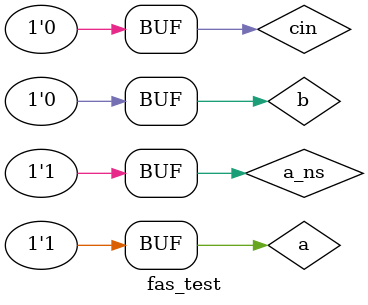
<source format=sv>
module fas_test;

// Put your code here
// ------------------
logic a;
logic b;
logic cin;
logic a_ns;
logic s;
logic cout;

fas fas1(.a(a),.b(b),.cin(cin),.a_ns(a_ns),.s(s),.cout(cout));


initial begin
a=1;
b=0;
cin=0;
a_ns=1;

#100
a=1;
b=0;
cin=1;
a_ns=1;

#100
a=1;
b=0;
cin=0;
a_ns=1;

end
// End of your code

endmodule

</source>
